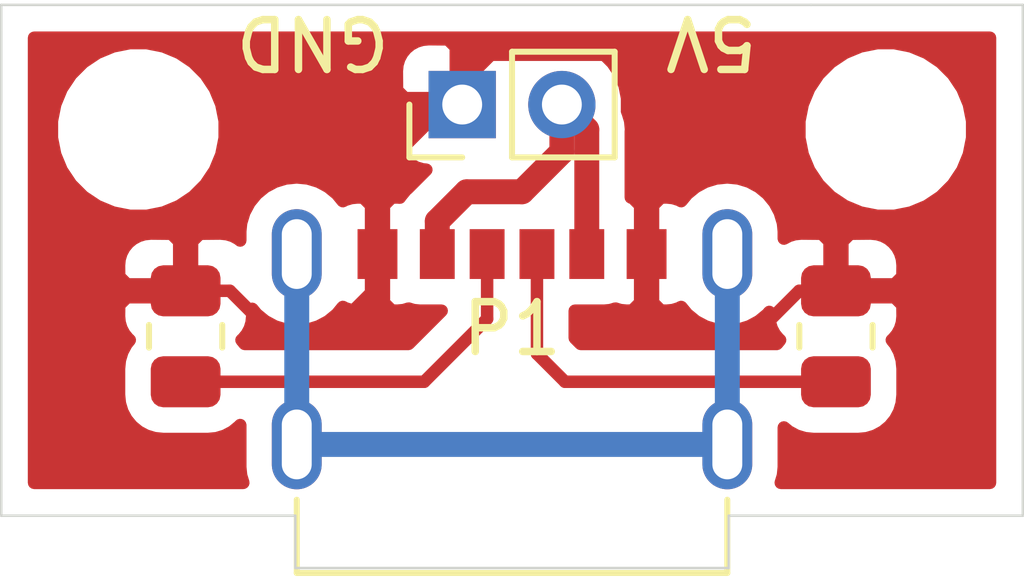
<source format=kicad_pcb>
(kicad_pcb (version 20171130) (host pcbnew 5.1.9+dfsg1-1)

  (general
    (thickness 1.6)
    (drawings 12)
    (tracks 34)
    (zones 0)
    (modules 6)
    (nets 6)
  )

  (page A4)
  (layers
    (0 F.Cu signal)
    (31 B.Cu signal)
    (32 B.Adhes user)
    (33 F.Adhes user)
    (34 B.Paste user)
    (35 F.Paste user)
    (36 B.SilkS user)
    (37 F.SilkS user)
    (38 B.Mask user)
    (39 F.Mask user)
    (40 Dwgs.User user)
    (41 Cmts.User user)
    (42 Eco1.User user)
    (43 Eco2.User user)
    (44 Edge.Cuts user)
    (45 Margin user)
    (46 B.CrtYd user)
    (47 F.CrtYd user)
    (48 B.Fab user)
    (49 F.Fab user)
  )

  (setup
    (last_trace_width 0.5)
    (trace_clearance 0.2)
    (zone_clearance 0.508)
    (zone_45_only no)
    (trace_min 0.2)
    (via_size 0.8)
    (via_drill 0.4)
    (via_min_size 0.4)
    (via_min_drill 0.3)
    (uvia_size 0.3)
    (uvia_drill 0.1)
    (uvias_allowed no)
    (uvia_min_size 0.2)
    (uvia_min_drill 0.1)
    (edge_width 0.05)
    (segment_width 0.2)
    (pcb_text_width 0.3)
    (pcb_text_size 1.5 1.5)
    (mod_edge_width 0.12)
    (mod_text_size 1 1)
    (mod_text_width 0.15)
    (pad_size 1.524 1.524)
    (pad_drill 0.762)
    (pad_to_mask_clearance 0)
    (aux_axis_origin 0 0)
    (visible_elements FFFFFF7F)
    (pcbplotparams
      (layerselection 0x010fc_ffffffff)
      (usegerberextensions false)
      (usegerberattributes true)
      (usegerberadvancedattributes true)
      (creategerberjobfile true)
      (excludeedgelayer true)
      (linewidth 0.100000)
      (plotframeref false)
      (viasonmask false)
      (mode 1)
      (useauxorigin false)
      (hpglpennumber 1)
      (hpglpenspeed 20)
      (hpglpendiameter 15.000000)
      (psnegative false)
      (psa4output false)
      (plotreference true)
      (plotvalue true)
      (plotinvisibletext false)
      (padsonsilk false)
      (subtractmaskfromsilk false)
      (outputformat 1)
      (mirror false)
      (drillshape 1)
      (scaleselection 1)
      (outputdirectory ""))
  )

  (net 0 "")
  (net 1 /VBUS)
  (net 2 /GND)
  (net 3 /CC2)
  (net 4 /CC1)
  (net 5 "Net-(P1-Pad5)")

  (net_class Default "This is the default net class."
    (clearance 0.2)
    (trace_width 0.5)
    (via_dia 0.8)
    (via_drill 0.4)
    (uvia_dia 0.3)
    (uvia_drill 0.1)
    (add_net /CC1)
    (add_net /CC2)
    (add_net /GND)
    (add_net /VBUS)
    (add_net "Net-(P1-Pad5)")
  )

  (module MountingHole:MountingHole_2.2mm_M2 (layer F.Cu) (tedit 56D1B4CB) (tstamp 61A90CBF)
    (at 107.5 97.5)
    (descr "Mounting Hole 2.2mm, no annular, M2")
    (tags "mounting hole 2.2mm no annular m2")
    (path /61A748BA)
    (attr virtual)
    (fp_text reference H1 (at 0 -3.2) (layer F.SilkS) hide
      (effects (font (size 1 1) (thickness 0.15)))
    )
    (fp_text value MountingHole (at 0 3.2) (layer F.Fab) hide
      (effects (font (size 1 1) (thickness 0.15)))
    )
    (fp_text user %R (at 0.3 0) (layer F.Fab)
      (effects (font (size 1 1) (thickness 0.15)))
    )
    (fp_circle (center 0 0) (end 2.2 0) (layer Cmts.User) (width 0.15))
    (fp_circle (center 0 0) (end 2.45 0) (layer F.CrtYd) (width 0.05))
    (pad 1 np_thru_hole circle (at 0 0) (size 2.2 2.2) (drill 2.2) (layers *.Cu *.Mask))
  )

  (module MountingHole:MountingHole_2.2mm_M2 (layer F.Cu) (tedit 56D1B4CB) (tstamp 61A90B63)
    (at 92.5 97.5)
    (descr "Mounting Hole 2.2mm, no annular, M2")
    (tags "mounting hole 2.2mm no annular m2")
    (path /61A78E63)
    (attr virtual)
    (fp_text reference H3 (at 0 -3.2) (layer F.SilkS) hide
      (effects (font (size 1 1) (thickness 0.15)))
    )
    (fp_text value MountingHole (at 0 3.2) (layer F.Fab) hide
      (effects (font (size 1 1) (thickness 0.15)))
    )
    (fp_text user %R (at 0.3 0) (layer F.Fab)
      (effects (font (size 1 1) (thickness 0.15)))
    )
    (fp_circle (center 0 0) (end 2.2 0) (layer Cmts.User) (width 0.15))
    (fp_circle (center 0 0) (end 2.45 0) (layer F.CrtYd) (width 0.05))
    (pad 1 np_thru_hole circle (at 0 0) (size 2.2 2.2) (drill 2.2) (layers *.Cu *.Mask))
  )

  (module Connector_PinHeader_2.00mm:PinHeader_1x02_P2.00mm_Vertical (layer F.Cu) (tedit 59FED667) (tstamp 61A6E27C)
    (at 99 97 90)
    (descr "Through hole straight pin header, 1x02, 2.00mm pitch, single row")
    (tags "Through hole pin header THT 1x02 2.00mm single row")
    (path /61A70E15)
    (fp_text reference J1 (at 0 -2.06 90) (layer F.SilkS) hide
      (effects (font (size 1 1) (thickness 0.15)))
    )
    (fp_text value 5V (at 0 4.06 90) (layer F.Fab) hide
      (effects (font (size 1 1) (thickness 0.15)))
    )
    (fp_line (start 1.5 -1.5) (end -1.5 -1.5) (layer F.CrtYd) (width 0.05))
    (fp_line (start 1.5 3.5) (end 1.5 -1.5) (layer F.CrtYd) (width 0.05))
    (fp_line (start -1.5 3.5) (end 1.5 3.5) (layer F.CrtYd) (width 0.05))
    (fp_line (start -1.5 -1.5) (end -1.5 3.5) (layer F.CrtYd) (width 0.05))
    (fp_line (start -1.06 -1.06) (end 0 -1.06) (layer F.SilkS) (width 0.12))
    (fp_line (start -1.06 0) (end -1.06 -1.06) (layer F.SilkS) (width 0.12))
    (fp_line (start -1.06 1) (end 1.06 1) (layer F.SilkS) (width 0.12))
    (fp_line (start 1.06 1) (end 1.06 3.06) (layer F.SilkS) (width 0.12))
    (fp_line (start -1.06 1) (end -1.06 3.06) (layer F.SilkS) (width 0.12))
    (fp_line (start -1.06 3.06) (end 1.06 3.06) (layer F.SilkS) (width 0.12))
    (fp_line (start -1 -0.5) (end -0.5 -1) (layer F.Fab) (width 0.1))
    (fp_line (start -1 3) (end -1 -0.5) (layer F.Fab) (width 0.1))
    (fp_line (start 1 3) (end -1 3) (layer F.Fab) (width 0.1))
    (fp_line (start 1 -1) (end 1 3) (layer F.Fab) (width 0.1))
    (fp_line (start -0.5 -1) (end 1 -1) (layer F.Fab) (width 0.1))
    (fp_text user %R (at 0 1) (layer F.Fab)
      (effects (font (size 1 1) (thickness 0.15)))
    )
    (pad 2 thru_hole oval (at 0 2 90) (size 1.35 1.35) (drill 0.8) (layers *.Cu *.Mask)
      (net 1 /VBUS))
    (pad 1 thru_hole rect (at 0 0 90) (size 1.35 1.35) (drill 0.8) (layers *.Cu *.Mask)
      (net 2 /GND))
    (model ${KISYS3DMOD}/Connector_PinHeader_2.00mm.3dshapes/PinHeader_1x02_P2.00mm_Vertical.wrl
      (at (xyz 0 0 0))
      (scale (xyz 1 1 1))
      (rotate (xyz 0 0 0))
    )
  )

  (module Resistor_SMD:R_0805_2012Metric (layer F.Cu) (tedit 5F68FEEE) (tstamp 61A6CE64)
    (at 106.5 101.65 90)
    (descr "Resistor SMD 0805 (2012 Metric), square (rectangular) end terminal, IPC_7351 nominal, (Body size source: IPC-SM-782 page 72, https://www.pcb-3d.com/wordpress/wp-content/uploads/ipc-sm-782a_amendment_1_and_2.pdf), generated with kicad-footprint-generator")
    (tags resistor)
    (path /61A71E6F)
    (attr smd)
    (fp_text reference R2 (at 0 -1.65 90) (layer F.SilkS) hide
      (effects (font (size 1 1) (thickness 0.15)))
    )
    (fp_text value 5k1 (at 0 1.65 90) (layer F.Fab) hide
      (effects (font (size 1 1) (thickness 0.15)))
    )
    (fp_line (start -1 0.625) (end -1 -0.625) (layer F.Fab) (width 0.1))
    (fp_line (start -1 -0.625) (end 1 -0.625) (layer F.Fab) (width 0.1))
    (fp_line (start 1 -0.625) (end 1 0.625) (layer F.Fab) (width 0.1))
    (fp_line (start 1 0.625) (end -1 0.625) (layer F.Fab) (width 0.1))
    (fp_line (start -0.227064 -0.735) (end 0.227064 -0.735) (layer F.SilkS) (width 0.12))
    (fp_line (start -0.227064 0.735) (end 0.227064 0.735) (layer F.SilkS) (width 0.12))
    (fp_line (start -1.68 0.95) (end -1.68 -0.95) (layer F.CrtYd) (width 0.05))
    (fp_line (start -1.68 -0.95) (end 1.68 -0.95) (layer F.CrtYd) (width 0.05))
    (fp_line (start 1.68 -0.95) (end 1.68 0.95) (layer F.CrtYd) (width 0.05))
    (fp_line (start 1.68 0.95) (end -1.68 0.95) (layer F.CrtYd) (width 0.05))
    (fp_text user %R (at 0 0 90) (layer F.Fab)
      (effects (font (size 0.5 0.5) (thickness 0.08)))
    )
    (pad 2 smd roundrect (at 0.9125 0 90) (size 1.025 1.4) (layers F.Cu F.Paste F.Mask) (roundrect_rratio 0.243902)
      (net 2 /GND))
    (pad 1 smd roundrect (at -0.9125 0 90) (size 1.025 1.4) (layers F.Cu F.Paste F.Mask) (roundrect_rratio 0.243902)
      (net 4 /CC1))
    (model ${KISYS3DMOD}/Resistor_SMD.3dshapes/R_0805_2012Metric.wrl
      (at (xyz 0 0 0))
      (scale (xyz 1 1 1))
      (rotate (xyz 0 0 0))
    )
  )

  (module Resistor_SMD:R_0805_2012Metric (layer F.Cu) (tedit 5F68FEEE) (tstamp 61A6CE53)
    (at 93.45 101.65 90)
    (descr "Resistor SMD 0805 (2012 Metric), square (rectangular) end terminal, IPC_7351 nominal, (Body size source: IPC-SM-782 page 72, https://www.pcb-3d.com/wordpress/wp-content/uploads/ipc-sm-782a_amendment_1_and_2.pdf), generated with kicad-footprint-generator")
    (tags resistor)
    (path /61A72784)
    (attr smd)
    (fp_text reference R1 (at 0 -1.65 90) (layer F.SilkS) hide
      (effects (font (size 1 1) (thickness 0.15)))
    )
    (fp_text value 5k1 (at 0 1.65 90) (layer F.Fab) hide
      (effects (font (size 1 1) (thickness 0.15)))
    )
    (fp_line (start -1 0.625) (end -1 -0.625) (layer F.Fab) (width 0.1))
    (fp_line (start -1 -0.625) (end 1 -0.625) (layer F.Fab) (width 0.1))
    (fp_line (start 1 -0.625) (end 1 0.625) (layer F.Fab) (width 0.1))
    (fp_line (start 1 0.625) (end -1 0.625) (layer F.Fab) (width 0.1))
    (fp_line (start -0.227064 -0.735) (end 0.227064 -0.735) (layer F.SilkS) (width 0.12))
    (fp_line (start -0.227064 0.735) (end 0.227064 0.735) (layer F.SilkS) (width 0.12))
    (fp_line (start -1.68 0.95) (end -1.68 -0.95) (layer F.CrtYd) (width 0.05))
    (fp_line (start -1.68 -0.95) (end 1.68 -0.95) (layer F.CrtYd) (width 0.05))
    (fp_line (start 1.68 -0.95) (end 1.68 0.95) (layer F.CrtYd) (width 0.05))
    (fp_line (start 1.68 0.95) (end -1.68 0.95) (layer F.CrtYd) (width 0.05))
    (fp_text user %R (at 0 0 90) (layer F.Fab)
      (effects (font (size 0.5 0.5) (thickness 0.08)))
    )
    (pad 2 smd roundrect (at 0.9125 0 90) (size 1.025 1.4) (layers F.Cu F.Paste F.Mask) (roundrect_rratio 0.243902)
      (net 2 /GND))
    (pad 1 smd roundrect (at -0.9125 0 90) (size 1.025 1.4) (layers F.Cu F.Paste F.Mask) (roundrect_rratio 0.243902)
      (net 3 /CC2))
    (model ${KISYS3DMOD}/Resistor_SMD.3dshapes/R_0805_2012Metric.wrl
      (at (xyz 0 0 0))
      (scale (xyz 1 1 1))
      (rotate (xyz 0 0 0))
    )
  )

  (module "usbc-connector:USB-C Connector" (layer F.Cu) (tedit 61A66C30) (tstamp 61A6DAB9)
    (at 100 100)
    (path /61A6F7DA)
    (fp_text reference P1 (at 0 1.5) (layer F.SilkS)
      (effects (font (size 1 1) (thickness 0.15)))
    )
    (fp_text value USB-C_Connector (at 0.29 2.23) (layer F.Fab) hide
      (effects (font (size 1 1) (thickness 0.15)))
    )
    (fp_line (start 5 -1.2) (end 5 4) (layer F.CrtYd) (width 0.12))
    (fp_line (start -5 -1.2) (end 5 -1.2) (layer F.CrtYd) (width 0.12))
    (fp_line (start -5 6.6) (end -5 -1.2) (layer F.CrtYd) (width 0.12))
    (fp_line (start 5 6.6) (end -5 6.6) (layer F.CrtYd) (width 0.12))
    (fp_line (start 5 4) (end 5 6.6) (layer F.CrtYd) (width 0.12))
    (fp_line (start -4.32 6.4) (end -4.32 4.93) (layer F.SilkS) (width 0.12))
    (fp_line (start 4.32 6.4) (end 4.32 4.93) (layer F.SilkS) (width 0.12))
    (fp_line (start 4.32 6.4) (end -4.32 6.4) (layer F.SilkS) (width 0.12))
    (pad B12 smd rect (at -2.7 0) (size 0.8 1) (layers F.Cu F.Paste F.Mask)
      (net 2 /GND))
    (pad B9 smd rect (at -1.5 0) (size 0.7 1) (layers F.Cu F.Paste F.Mask)
      (net 1 /VBUS))
    (pad A12 smd rect (at 2.7 0) (size 0.8 1) (layers F.Cu F.Paste F.Mask)
      (net 2 /GND))
    (pad A9 smd rect (at 1.5 0) (size 0.7 1) (layers F.Cu F.Paste F.Mask)
      (net 1 /VBUS))
    (pad B5 smd rect (at -0.5 0) (size 0.7 1) (layers F.Cu F.Paste F.Mask)
      (net 3 /CC2))
    (pad A5 smd rect (at 0.5 0) (size 0.7 1) (layers F.Cu F.Paste F.Mask)
      (net 4 /CC1))
    (pad 5 thru_hole oval (at -4.32 3.82) (size 1 1.8) (drill oval 0.6 1.4) (layers *.Cu *.Mask)
      (net 5 "Net-(P1-Pad5)"))
    (pad 5 thru_hole oval (at 4.32 3.82) (size 1 1.8) (drill oval 0.6 1.4) (layers *.Cu *.Mask)
      (net 5 "Net-(P1-Pad5)"))
    (pad 5 thru_hole oval (at -4.32 0) (size 1 1.8) (drill oval 0.6 1.4) (layers *.Cu *.Mask)
      (net 5 "Net-(P1-Pad5)"))
    (pad 5 thru_hole oval (at 4.32 0) (size 1 1.8) (drill oval 0.6 1.4) (layers *.Cu *.Mask)
      (net 5 "Net-(P1-Pad5)"))
  )

  (gr_line (start 104.35 105.25) (end 110.25 105.25) (layer Edge.Cuts) (width 0.05) (tstamp 61A6E7D4))
  (gr_line (start 104.35 106.3) (end 104.35 105.25) (layer Edge.Cuts) (width 0.05))
  (gr_text GND (at 96 95.75 180) (layer F.SilkS)
    (effects (font (size 1 1) (thickness 0.15)))
  )
  (gr_text 5V (at 104 95.75 180) (layer F.SilkS)
    (effects (font (size 1 1) (thickness 0.15)))
  )
  (gr_line (start 104.35 106.3) (end 95.65 106.3) (layer Edge.Cuts) (width 0.05) (tstamp 61A6E4EA))
  (gr_line (start 110.25 95) (end 110.25 105.25) (layer Edge.Cuts) (width 0.05))
  (gr_line (start 106 95) (end 110.25 95) (layer Edge.Cuts) (width 0.05))
  (gr_line (start 89.75 95) (end 106 95) (layer Edge.Cuts) (width 0.05))
  (gr_line (start 89.75 95.5) (end 89.75 95) (layer Edge.Cuts) (width 0.05))
  (gr_line (start 89.75 105.25) (end 89.75 95.5) (layer Edge.Cuts) (width 0.05))
  (gr_line (start 95.65 105.25) (end 89.75 105.25) (layer Edge.Cuts) (width 0.05))
  (gr_line (start 95.65 106.3) (end 95.65 105.25) (layer Edge.Cuts) (width 0.05))

  (segment (start 98.5 99.339998) (end 99.089998 98.75) (width 0.5) (layer F.Cu) (net 1))
  (segment (start 98.5 100) (end 98.5 99.339998) (width 0.5) (layer F.Cu) (net 1))
  (segment (start 99.089998 98.75) (end 100.2 98.75) (width 0.5) (layer F.Cu) (net 1))
  (segment (start 101 97.95) (end 101 97) (width 0.5) (layer F.Cu) (net 1))
  (segment (start 100.2 98.75) (end 101 97.95) (width 0.5) (layer F.Cu) (net 1))
  (segment (start 101.5 97.5) (end 101.5 100) (width 0.5) (layer F.Cu) (net 1))
  (segment (start 101 97) (end 101.5 97.5) (width 0.5) (layer F.Cu) (net 1))
  (segment (start 93.45 100.7375) (end 94.3375 100.7375) (width 0.25) (layer F.Cu) (net 2))
  (segment (start 94.3375 100.7375) (end 95.3 101.7) (width 0.25) (layer F.Cu) (net 2))
  (segment (start 95.3 101.7) (end 96.25 101.7) (width 0.25) (layer F.Cu) (net 2))
  (segment (start 97.3 100.65) (end 97.3 100) (width 0.25) (layer F.Cu) (net 2))
  (segment (start 96.25 101.7) (end 97.3 100.65) (width 0.25) (layer F.Cu) (net 2))
  (segment (start 106.5 100.7375) (end 105.7625 100.7375) (width 0.25) (layer F.Cu) (net 2))
  (segment (start 105.7625 100.7375) (end 104.9 101.6) (width 0.25) (layer F.Cu) (net 2))
  (segment (start 104.9 101.6) (end 103.15 101.6) (width 0.25) (layer F.Cu) (net 2))
  (segment (start 102.7 101.15) (end 102.7 100) (width 0.25) (layer F.Cu) (net 2))
  (segment (start 103.15 101.6) (end 102.7 101.15) (width 0.25) (layer F.Cu) (net 2))
  (segment (start 97.3 100) (end 97.3 98.2) (width 0.5) (layer F.Cu) (net 2))
  (segment (start 98.5 97) (end 99 97) (width 0.5) (layer F.Cu) (net 2))
  (segment (start 97.3 98.2) (end 98.5 97) (width 0.5) (layer F.Cu) (net 2))
  (segment (start 102.7 100) (end 102.7 96.55) (width 0.5) (layer F.Cu) (net 2))
  (segment (start 102.024999 95.874999) (end 99.525001 95.874999) (width 0.5) (layer F.Cu) (net 2))
  (segment (start 102.7 96.55) (end 102.024999 95.874999) (width 0.5) (layer F.Cu) (net 2))
  (segment (start 99 96.4) (end 99 97) (width 0.5) (layer F.Cu) (net 2))
  (segment (start 99.525001 95.874999) (end 99 96.4) (width 0.5) (layer F.Cu) (net 2))
  (segment (start 99.5 100) (end 99.5 101.3) (width 0.25) (layer F.Cu) (net 3))
  (segment (start 98.2375 102.5625) (end 93.45 102.5625) (width 0.25) (layer F.Cu) (net 3))
  (segment (start 99.5 101.3) (end 98.2375 102.5625) (width 0.25) (layer F.Cu) (net 3))
  (segment (start 106.5 102.5625) (end 101.0625 102.5625) (width 0.25) (layer F.Cu) (net 4))
  (segment (start 100.5 102) (end 100.5 100) (width 0.25) (layer F.Cu) (net 4))
  (segment (start 101.0625 102.5625) (end 100.5 102) (width 0.25) (layer F.Cu) (net 4))
  (segment (start 104.32 100) (end 104.32 103.82) (width 0.5) (layer B.Cu) (net 5))
  (segment (start 95.68 100) (end 95.68 103.82) (width 0.5) (layer B.Cu) (net 5))
  (segment (start 95.68 103.82) (end 104.32 103.82) (width 0.5) (layer B.Cu) (net 5))

  (zone (net 2) (net_name /GND) (layer F.Cu) (tstamp 0) (hatch edge 0.508)
    (connect_pads (clearance 0.508))
    (min_thickness 0.254)
    (fill yes (arc_segments 32) (thermal_gap 0.508) (thermal_bridge_width 0.508))
    (polygon
      (pts
        (xy 110.2 105.2) (xy 104.25 105.2) (xy 104.25 106.25) (xy 95.75 106.25) (xy 95.75 105.15)
        (xy 89.85 105.15) (xy 89.85 95.1) (xy 110.2 95.05)
      )
    )
    (filled_polygon
      (pts
        (xy 109.590001 104.59) (xy 105.393833 104.59) (xy 105.438577 104.442498) (xy 105.455 104.275751) (xy 105.455 103.480013)
        (xy 105.556613 103.563405) (xy 105.710149 103.645472) (xy 105.876745 103.696008) (xy 106.049999 103.713072) (xy 106.950001 103.713072)
        (xy 107.123255 103.696008) (xy 107.289851 103.645472) (xy 107.443387 103.563405) (xy 107.577962 103.452962) (xy 107.688405 103.318387)
        (xy 107.770472 103.164851) (xy 107.821008 102.998255) (xy 107.838072 102.825001) (xy 107.838072 102.299999) (xy 107.821008 102.126745)
        (xy 107.770472 101.960149) (xy 107.688405 101.806613) (xy 107.621724 101.725363) (xy 107.651185 101.701185) (xy 107.730537 101.604494)
        (xy 107.789502 101.49418) (xy 107.825812 101.374482) (xy 107.838072 101.25) (xy 107.835 101.02325) (xy 107.67625 100.8645)
        (xy 106.627 100.8645) (xy 106.627 100.8845) (xy 106.373 100.8845) (xy 106.373 100.8645) (xy 106.353 100.8645)
        (xy 106.353 100.6105) (xy 106.373 100.6105) (xy 106.373 99.74875) (xy 106.627 99.74875) (xy 106.627 100.6105)
        (xy 107.67625 100.6105) (xy 107.835 100.45175) (xy 107.838072 100.225) (xy 107.825812 100.100518) (xy 107.789502 99.98082)
        (xy 107.730537 99.870506) (xy 107.651185 99.773815) (xy 107.554494 99.694463) (xy 107.44418 99.635498) (xy 107.324482 99.599188)
        (xy 107.2 99.586928) (xy 106.78575 99.59) (xy 106.627 99.74875) (xy 106.373 99.74875) (xy 106.21425 99.59)
        (xy 105.8 99.586928) (xy 105.675518 99.599188) (xy 105.55582 99.635498) (xy 105.455 99.689388) (xy 105.455 99.544248)
        (xy 105.438577 99.377501) (xy 105.373676 99.163553) (xy 105.268284 98.966377) (xy 105.126449 98.793551) (xy 104.953623 98.651716)
        (xy 104.756446 98.546324) (xy 104.542498 98.481423) (xy 104.32 98.459509) (xy 104.097501 98.481423) (xy 103.883553 98.546324)
        (xy 103.686377 98.651716) (xy 103.513551 98.793551) (xy 103.395196 98.937767) (xy 103.34418 98.910498) (xy 103.224482 98.874188)
        (xy 103.1 98.861928) (xy 102.98575 98.865) (xy 102.827 99.02375) (xy 102.827 99.873) (xy 102.847 99.873)
        (xy 102.847 100.127) (xy 102.827 100.127) (xy 102.827 100.97625) (xy 102.98575 101.135) (xy 103.1 101.138072)
        (xy 103.224482 101.125812) (xy 103.34418 101.089502) (xy 103.395196 101.062233) (xy 103.513552 101.206449) (xy 103.686378 101.348284)
        (xy 103.883554 101.453676) (xy 104.097502 101.518577) (xy 104.32 101.540491) (xy 104.542499 101.518577) (xy 104.756447 101.453676)
        (xy 104.953623 101.348284) (xy 105.126449 101.206449) (xy 105.163123 101.161761) (xy 105.161928 101.25) (xy 105.174188 101.374482)
        (xy 105.210498 101.49418) (xy 105.269463 101.604494) (xy 105.348815 101.701185) (xy 105.378276 101.725363) (xy 105.31497 101.8025)
        (xy 101.377302 101.8025) (xy 101.26 101.685199) (xy 101.26 101.138072) (xy 101.85 101.138072) (xy 101.974482 101.125812)
        (xy 102.075 101.09532) (xy 102.175518 101.125812) (xy 102.3 101.138072) (xy 102.41425 101.135) (xy 102.573 100.97625)
        (xy 102.573 100.127) (xy 102.553 100.127) (xy 102.553 99.873) (xy 102.573 99.873) (xy 102.573 99.02375)
        (xy 102.41425 98.865) (xy 102.385 98.864214) (xy 102.385 97.543469) (xy 102.389281 97.5) (xy 102.385 97.456531)
        (xy 102.385 97.456523) (xy 102.372452 97.329117) (xy 105.765 97.329117) (xy 105.765 97.670883) (xy 105.831675 98.006081)
        (xy 105.962463 98.321831) (xy 106.152337 98.605998) (xy 106.394002 98.847663) (xy 106.678169 99.037537) (xy 106.993919 99.168325)
        (xy 107.329117 99.235) (xy 107.670883 99.235) (xy 108.006081 99.168325) (xy 108.321831 99.037537) (xy 108.605998 98.847663)
        (xy 108.847663 98.605998) (xy 109.037537 98.321831) (xy 109.168325 98.006081) (xy 109.235 97.670883) (xy 109.235 97.329117)
        (xy 109.168325 96.993919) (xy 109.037537 96.678169) (xy 108.847663 96.394002) (xy 108.605998 96.152337) (xy 108.321831 95.962463)
        (xy 108.006081 95.831675) (xy 107.670883 95.765) (xy 107.329117 95.765) (xy 106.993919 95.831675) (xy 106.678169 95.962463)
        (xy 106.394002 96.152337) (xy 106.152337 96.394002) (xy 105.962463 96.678169) (xy 105.831675 96.993919) (xy 105.765 97.329117)
        (xy 102.372452 97.329117) (xy 102.372195 97.32651) (xy 102.321589 97.159687) (xy 102.308698 97.135569) (xy 102.31 97.129024)
        (xy 102.31 96.870976) (xy 102.259658 96.617887) (xy 102.160907 96.379482) (xy 102.017544 96.164923) (xy 101.835077 95.982456)
        (xy 101.620518 95.839093) (xy 101.382113 95.740342) (xy 101.129024 95.69) (xy 100.870976 95.69) (xy 100.617887 95.740342)
        (xy 100.379482 95.839093) (xy 100.197487 95.960697) (xy 100.126185 95.873815) (xy 100.029494 95.794463) (xy 99.91918 95.735498)
        (xy 99.799482 95.699188) (xy 99.675 95.686928) (xy 99.28575 95.69) (xy 99.127 95.84875) (xy 99.127 96.873)
        (xy 99.147 96.873) (xy 99.147 97.127) (xy 99.127 97.127) (xy 99.127 97.147) (xy 98.873 97.147)
        (xy 98.873 97.127) (xy 97.84875 97.127) (xy 97.69 97.28575) (xy 97.686928 97.675) (xy 97.699188 97.799482)
        (xy 97.735498 97.91918) (xy 97.794463 98.029494) (xy 97.873815 98.126185) (xy 97.970506 98.205537) (xy 98.08082 98.264502)
        (xy 98.200518 98.300812) (xy 98.2798 98.30862) (xy 97.904952 98.683468) (xy 97.871184 98.711181) (xy 97.843471 98.744949)
        (xy 97.843468 98.744952) (xy 97.821608 98.771589) (xy 97.76059 98.845939) (xy 97.749441 98.866797) (xy 97.7 98.861928)
        (xy 97.58575 98.865) (xy 97.427 99.02375) (xy 97.427 99.873) (xy 97.447 99.873) (xy 97.447 100.127)
        (xy 97.427 100.127) (xy 97.427 100.97625) (xy 97.58575 101.135) (xy 97.7 101.138072) (xy 97.824482 101.125812)
        (xy 97.925 101.09532) (xy 98.025518 101.125812) (xy 98.15 101.138072) (xy 98.587126 101.138072) (xy 97.922699 101.8025)
        (xy 94.63503 101.8025) (xy 94.571724 101.725363) (xy 94.601185 101.701185) (xy 94.680537 101.604494) (xy 94.739502 101.49418)
        (xy 94.775812 101.374482) (xy 94.788072 101.25) (xy 94.786037 101.099812) (xy 94.873552 101.206449) (xy 95.046378 101.348284)
        (xy 95.243554 101.453676) (xy 95.457502 101.518577) (xy 95.68 101.540491) (xy 95.902499 101.518577) (xy 96.116447 101.453676)
        (xy 96.313623 101.348284) (xy 96.486449 101.206449) (xy 96.604804 101.062233) (xy 96.65582 101.089502) (xy 96.775518 101.125812)
        (xy 96.9 101.138072) (xy 97.01425 101.135) (xy 97.173 100.97625) (xy 97.173 100.127) (xy 97.153 100.127)
        (xy 97.153 99.873) (xy 97.173 99.873) (xy 97.173 99.02375) (xy 97.01425 98.865) (xy 96.9 98.861928)
        (xy 96.775518 98.874188) (xy 96.65582 98.910498) (xy 96.604804 98.937767) (xy 96.486449 98.793551) (xy 96.313623 98.651716)
        (xy 96.116446 98.546324) (xy 95.902498 98.481423) (xy 95.68 98.459509) (xy 95.457501 98.481423) (xy 95.243553 98.546324)
        (xy 95.046377 98.651716) (xy 94.873551 98.793551) (xy 94.731716 98.966377) (xy 94.626324 99.163554) (xy 94.561423 99.377502)
        (xy 94.545 99.544249) (xy 94.545 99.727705) (xy 94.504494 99.694463) (xy 94.39418 99.635498) (xy 94.274482 99.599188)
        (xy 94.15 99.586928) (xy 93.73575 99.59) (xy 93.577 99.74875) (xy 93.577 100.6105) (xy 93.597 100.6105)
        (xy 93.597 100.8645) (xy 93.577 100.8645) (xy 93.577 100.8845) (xy 93.323 100.8845) (xy 93.323 100.8645)
        (xy 92.27375 100.8645) (xy 92.115 101.02325) (xy 92.111928 101.25) (xy 92.124188 101.374482) (xy 92.160498 101.49418)
        (xy 92.219463 101.604494) (xy 92.298815 101.701185) (xy 92.328276 101.725363) (xy 92.261595 101.806613) (xy 92.179528 101.960149)
        (xy 92.128992 102.126745) (xy 92.111928 102.299999) (xy 92.111928 102.825001) (xy 92.128992 102.998255) (xy 92.179528 103.164851)
        (xy 92.261595 103.318387) (xy 92.372038 103.452962) (xy 92.506613 103.563405) (xy 92.660149 103.645472) (xy 92.826745 103.696008)
        (xy 92.999999 103.713072) (xy 93.900001 103.713072) (xy 94.073255 103.696008) (xy 94.239851 103.645472) (xy 94.393387 103.563405)
        (xy 94.527962 103.452962) (xy 94.545 103.432201) (xy 94.545 104.275752) (xy 94.561423 104.442499) (xy 94.606167 104.59)
        (xy 90.41 104.59) (xy 90.41 100.225) (xy 92.111928 100.225) (xy 92.115 100.45175) (xy 92.27375 100.6105)
        (xy 93.323 100.6105) (xy 93.323 99.74875) (xy 93.16425 99.59) (xy 92.75 99.586928) (xy 92.625518 99.599188)
        (xy 92.50582 99.635498) (xy 92.395506 99.694463) (xy 92.298815 99.773815) (xy 92.219463 99.870506) (xy 92.160498 99.98082)
        (xy 92.124188 100.100518) (xy 92.111928 100.225) (xy 90.41 100.225) (xy 90.41 97.329117) (xy 90.765 97.329117)
        (xy 90.765 97.670883) (xy 90.831675 98.006081) (xy 90.962463 98.321831) (xy 91.152337 98.605998) (xy 91.394002 98.847663)
        (xy 91.678169 99.037537) (xy 91.993919 99.168325) (xy 92.329117 99.235) (xy 92.670883 99.235) (xy 93.006081 99.168325)
        (xy 93.321831 99.037537) (xy 93.605998 98.847663) (xy 93.847663 98.605998) (xy 94.037537 98.321831) (xy 94.168325 98.006081)
        (xy 94.235 97.670883) (xy 94.235 97.329117) (xy 94.168325 96.993919) (xy 94.037537 96.678169) (xy 93.847663 96.394002)
        (xy 93.778661 96.325) (xy 97.686928 96.325) (xy 97.69 96.71425) (xy 97.84875 96.873) (xy 98.873 96.873)
        (xy 98.873 95.84875) (xy 98.71425 95.69) (xy 98.325 95.686928) (xy 98.200518 95.699188) (xy 98.08082 95.735498)
        (xy 97.970506 95.794463) (xy 97.873815 95.873815) (xy 97.794463 95.970506) (xy 97.735498 96.08082) (xy 97.699188 96.200518)
        (xy 97.686928 96.325) (xy 93.778661 96.325) (xy 93.605998 96.152337) (xy 93.321831 95.962463) (xy 93.006081 95.831675)
        (xy 92.670883 95.765) (xy 92.329117 95.765) (xy 91.993919 95.831675) (xy 91.678169 95.962463) (xy 91.394002 96.152337)
        (xy 91.152337 96.394002) (xy 90.962463 96.678169) (xy 90.831675 96.993919) (xy 90.765 97.329117) (xy 90.41 97.329117)
        (xy 90.41 95.66) (xy 109.59 95.66)
      )
    )
  )
)

</source>
